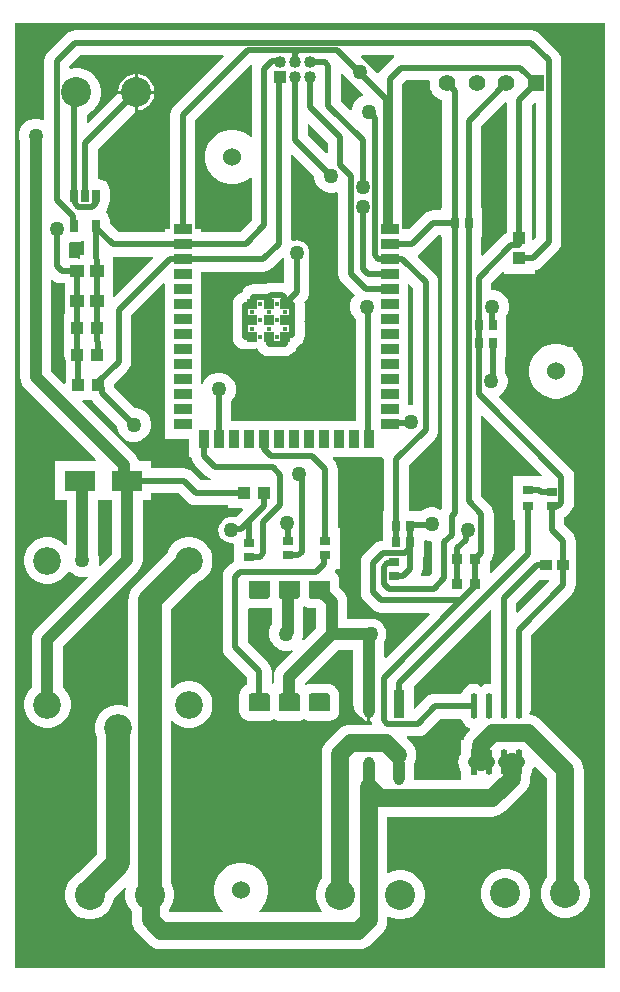
<source format=gtl>
G04*
G04 #@! TF.GenerationSoftware,Altium Limited,Altium Designer,24.4.1 (13)*
G04*
G04 Layer_Physical_Order=1*
G04 Layer_Color=255*
%FSLAX44Y44*%
%MOMM*%
G71*
G04*
G04 #@! TF.SameCoordinates,F71D25A8-AE48-4460-AF49-DCF2FFE79A6F*
G04*
G04*
G04 #@! TF.FilePolarity,Positive*
G04*
G01*
G75*
%ADD12C,0.5000*%
%ADD17R,0.8500X0.7000*%
%ADD18R,1.1000X1.0000*%
%ADD19R,0.9000X0.9000*%
%ADD20R,1.5000X0.9000*%
%ADD21R,0.9000X1.5000*%
%ADD22R,0.8500X0.8500*%
%ADD23R,0.9000X0.7000*%
%ADD24R,0.7000X0.8500*%
%ADD25R,1.0000X1.1000*%
%ADD26R,1.0065X0.9582*%
G04:AMPARAMS|DCode=27|XSize=2.1741mm|YSize=0.5821mm|CornerRadius=0.2911mm|HoleSize=0mm|Usage=FLASHONLY|Rotation=90.000|XOffset=0mm|YOffset=0mm|HoleType=Round|Shape=RoundedRectangle|*
%AMROUNDEDRECTD27*
21,1,2.1741,0.0000,0,0,90.0*
21,1,1.5919,0.5821,0,0,90.0*
1,1,0.5821,0.0000,0.7960*
1,1,0.5821,0.0000,-0.7960*
1,1,0.5821,0.0000,-0.7960*
1,1,0.5821,0.0000,0.7960*
%
%ADD27ROUNDEDRECTD27*%
%ADD28R,0.5821X2.1741*%
G04:AMPARAMS|DCode=29|XSize=2.4033mm|YSize=0.9461mm|CornerRadius=0.473mm|HoleSize=0mm|Usage=FLASHONLY|Rotation=270.000|XOffset=0mm|YOffset=0mm|HoleType=Round|Shape=RoundedRectangle|*
%AMROUNDEDRECTD29*
21,1,2.4033,0.0000,0,0,270.0*
21,1,1.4572,0.9461,0,0,270.0*
1,1,0.9461,0.0000,-0.7286*
1,1,0.9461,0.0000,0.7286*
1,1,0.9461,0.0000,0.7286*
1,1,0.9461,0.0000,-0.7286*
%
%ADD29ROUNDEDRECTD29*%
%ADD30R,0.9461X2.4033*%
%ADD31C,1.3680*%
%ADD32R,2.5000X1.7000*%
G04:AMPARAMS|DCode=33|XSize=1.1mm|YSize=0.6mm|CornerRadius=0.051mm|HoleSize=0mm|Usage=FLASHONLY|Rotation=270.000|XOffset=0mm|YOffset=0mm|HoleType=Round|Shape=RoundedRectangle|*
%AMROUNDEDRECTD33*
21,1,1.1000,0.4980,0,0,270.0*
21,1,0.9980,0.6000,0,0,270.0*
1,1,0.1020,-0.2490,-0.4990*
1,1,0.1020,-0.2490,0.4990*
1,1,0.1020,0.2490,0.4990*
1,1,0.1020,0.2490,-0.4990*
%
%ADD33ROUNDEDRECTD33*%
%ADD34R,1.2065X1.0582*%
%ADD46C,2.5400*%
%ADD47R,1.4000X1.4000*%
%ADD48C,1.4000*%
%ADD51C,2.3400*%
%ADD52C,1.5000*%
%ADD53C,1.0000*%
%ADD54C,2.0000*%
%ADD55C,1.5240*%
%ADD56C,0.4000*%
%ADD57C,1.0160*%
%ADD58R,1.0160X1.0160*%
%ADD59C,1.2700*%
G36*
X500000Y0D02*
X1270D01*
X-0Y1270D01*
X0Y800000D01*
X500000D01*
Y0D01*
D02*
G37*
%LPC*%
G36*
X437444Y794095D02*
X50856D01*
X48115Y793734D01*
X45561Y792676D01*
X43368Y790993D01*
X28128Y775753D01*
X26445Y773559D01*
X25387Y771005D01*
X25026Y768264D01*
Y718507D01*
X23926Y717872D01*
X23319Y718222D01*
X19669Y719200D01*
X15891D01*
X12241Y718222D01*
X8969Y716333D01*
X6297Y713661D01*
X4408Y710389D01*
X3430Y706739D01*
Y702961D01*
X4408Y699311D01*
X4668Y698861D01*
Y500380D01*
X4668Y500380D01*
X5115Y496986D01*
X6424Y493824D01*
X8508Y491108D01*
X69193Y430423D01*
X68707Y429250D01*
X34430D01*
Y396250D01*
X44094D01*
Y358231D01*
X43592Y358078D01*
X42824Y357986D01*
X40188Y360622D01*
X36962Y362778D01*
X33377Y364263D01*
X29571Y365020D01*
X25690D01*
X21884Y364263D01*
X18299Y362778D01*
X15072Y360622D01*
X12328Y357878D01*
X10172Y354652D01*
X8687Y351067D01*
X7930Y347260D01*
Y343380D01*
X8687Y339574D01*
X10172Y335989D01*
X12328Y332762D01*
X15072Y330018D01*
X18299Y327862D01*
X21884Y326377D01*
X25690Y325620D01*
X29571D01*
X33377Y326377D01*
X36962Y327862D01*
X40188Y330018D01*
X42932Y332762D01*
X45049Y335930D01*
X45107Y335992D01*
X46557Y336217D01*
X48395Y334379D01*
X51668Y332490D01*
X55317Y331512D01*
X59096D01*
X61521Y332162D01*
X62178Y331023D01*
X18359Y287204D01*
X16275Y284488D01*
X14965Y281326D01*
X14518Y277932D01*
X14518Y277932D01*
Y238068D01*
X12328Y235878D01*
X10172Y232651D01*
X8687Y229066D01*
X7930Y225260D01*
Y221380D01*
X8687Y217574D01*
X10172Y213988D01*
X12328Y210762D01*
X15072Y208018D01*
X18299Y205862D01*
X21884Y204377D01*
X25690Y203620D01*
X29571D01*
X33377Y204377D01*
X36962Y205862D01*
X40188Y208018D01*
X42932Y210762D01*
X45088Y213988D01*
X46573Y217574D01*
X47330Y221380D01*
Y225260D01*
X46573Y229066D01*
X45088Y232651D01*
X42932Y235878D01*
X40742Y238068D01*
Y272501D01*
X104324Y336082D01*
X104324Y336082D01*
X106408Y338798D01*
X107718Y341960D01*
X108165Y345354D01*
X108165Y345354D01*
Y396250D01*
X115430D01*
Y402159D01*
X138926D01*
X145984Y395101D01*
X148177Y393418D01*
X150731Y392360D01*
X153472Y391999D01*
X180320D01*
Y389590D01*
X192613D01*
X193099Y388417D01*
X187097Y382414D01*
X183863D01*
X181122Y382053D01*
X178568Y380995D01*
X176375Y379312D01*
X175391Y378329D01*
X173708Y376135D01*
X172650Y373581D01*
X172289Y370840D01*
X172650Y368099D01*
X173708Y365545D01*
X175391Y363351D01*
X177585Y361668D01*
X180139Y360610D01*
X182880Y360249D01*
X184883Y360513D01*
X185870Y359399D01*
Y344727D01*
X185205Y344452D01*
X183011Y342769D01*
X179201Y338959D01*
X177518Y336765D01*
X176460Y334211D01*
X176099Y331470D01*
Y271780D01*
X176460Y269039D01*
X177518Y266485D01*
X179201Y264291D01*
X196420Y247073D01*
Y240254D01*
X196106Y240124D01*
X195648Y239860D01*
X195159Y239657D01*
X194740Y239335D01*
X194282Y239071D01*
X193908Y238697D01*
X193488Y238375D01*
X192785Y237672D01*
X192463Y237252D01*
X192089Y236878D01*
X191825Y236420D01*
X191503Y236001D01*
X191300Y235512D01*
X191036Y235054D01*
X190655Y234135D01*
X190518Y233624D01*
X190316Y233136D01*
X190247Y232611D01*
X190110Y232100D01*
Y231572D01*
X190041Y231047D01*
Y217850D01*
X190316Y215762D01*
X191122Y213815D01*
X192404Y212144D01*
X194076Y210862D01*
X196022Y210056D01*
X198110Y209781D01*
X215910D01*
X217998Y210056D01*
X219710Y210765D01*
X221422Y210056D01*
X223510Y209781D01*
X241310D01*
X243398Y210056D01*
X245110Y210765D01*
X246822Y210056D01*
X248910Y209781D01*
X266710D01*
X268798Y210056D01*
X270744Y210862D01*
X272416Y212144D01*
X273698Y213815D01*
X274504Y215762D01*
X274779Y217850D01*
Y231047D01*
X274710Y231572D01*
X274710Y232101D01*
X274573Y232611D01*
X274504Y233136D01*
X274302Y233624D01*
X274165Y234135D01*
X273784Y235054D01*
X273520Y235512D01*
X273317Y236001D01*
X272995Y236420D01*
X272731Y236878D01*
X272357Y237252D01*
X272035Y237672D01*
X271332Y238375D01*
X270912Y238697D01*
X270538Y239071D01*
X270080Y239335D01*
X269661Y239657D01*
X269172Y239860D01*
X268714Y240124D01*
X267795Y240505D01*
X267284Y240642D01*
X266796Y240844D01*
X266271Y240913D01*
X265761Y241050D01*
X265232Y241050D01*
X264707Y241119D01*
X250913D01*
X250388Y241050D01*
X249859Y241050D01*
X249349Y240913D01*
X248824Y240844D01*
X248336Y240642D01*
X247825Y240505D01*
X246906Y240124D01*
X246792Y240059D01*
X245932Y240413D01*
X245522Y240851D01*
Y241526D01*
X273778Y269781D01*
X286608D01*
Y224084D01*
X287055Y220691D01*
X288365Y217528D01*
X290448Y214813D01*
X293164Y212729D01*
X293919Y212416D01*
X294535Y211613D01*
X296054Y210448D01*
X297822Y209715D01*
X298450Y209633D01*
Y224084D01*
X300990D01*
Y209633D01*
X301618Y209715D01*
X301879Y209565D01*
X302171Y207345D01*
X302054Y206885D01*
X301512Y206075D01*
X284377D01*
X281338Y205776D01*
X278417Y204889D01*
X275724Y203450D01*
X273364Y201513D01*
X264577Y192726D01*
X262640Y190366D01*
X261201Y187673D01*
X260314Y184752D01*
X260015Y181713D01*
Y75929D01*
X259511Y75426D01*
X257246Y72035D01*
X255686Y68268D01*
X254890Y64269D01*
Y60191D01*
X255686Y56192D01*
X257246Y52425D01*
X259511Y49035D01*
X260048Y48498D01*
X259562Y47325D01*
X207378D01*
X206852Y48595D01*
X209635Y51378D01*
X212152Y55145D01*
X213886Y59331D01*
X214770Y63775D01*
Y68305D01*
X213886Y72749D01*
X212152Y76935D01*
X209635Y80702D01*
X206432Y83905D01*
X202665Y86422D01*
X198479Y88156D01*
X194035Y89040D01*
X189505D01*
X185061Y88156D01*
X180875Y86422D01*
X177108Y83905D01*
X173905Y80702D01*
X171388Y76935D01*
X169654Y72749D01*
X168770Y68305D01*
Y63775D01*
X169654Y59331D01*
X171388Y55145D01*
X173905Y51378D01*
X176688Y48595D01*
X176162Y47325D01*
X130502D01*
Y49219D01*
X132644Y52425D01*
X134205Y56192D01*
X135000Y60191D01*
Y64269D01*
X134205Y68268D01*
X132644Y72035D01*
X132387Y72420D01*
Y209043D01*
X133560Y209529D01*
X135072Y208018D01*
X138299Y205862D01*
X141884Y204377D01*
X145690Y203620D01*
X149570D01*
X153376Y204377D01*
X156961Y205862D01*
X160188Y208018D01*
X162932Y210762D01*
X165088Y213988D01*
X166573Y217574D01*
X167330Y221380D01*
Y225260D01*
X166573Y229066D01*
X165088Y232651D01*
X162932Y235878D01*
X160188Y238622D01*
X156961Y240778D01*
X153376Y242263D01*
X149570Y243020D01*
X145690D01*
X141884Y242263D01*
X138299Y240778D01*
X135072Y238622D01*
X133560Y237110D01*
X132387Y237596D01*
Y304498D01*
X154895Y327006D01*
X156961Y327862D01*
X160188Y330018D01*
X162932Y332762D01*
X165088Y335989D01*
X166573Y339574D01*
X167330Y343380D01*
Y347260D01*
X166573Y351067D01*
X165088Y354652D01*
X162932Y357878D01*
X160188Y360622D01*
X156961Y362778D01*
X153376Y364263D01*
X149570Y365020D01*
X145690D01*
X141884Y364263D01*
X138299Y362778D01*
X135072Y360622D01*
X132328Y357878D01*
X130172Y354652D01*
X129316Y352585D01*
X101510Y324780D01*
X99261Y322039D01*
X97590Y318912D01*
X96560Y315519D01*
X96387Y313755D01*
X96213Y311990D01*
Y222231D01*
X95157Y221525D01*
X93376Y222263D01*
X89570Y223020D01*
X85690D01*
X81884Y222263D01*
X78299Y220778D01*
X75072Y218622D01*
X72328Y215878D01*
X70172Y212651D01*
X68687Y209066D01*
X67930Y205260D01*
Y201380D01*
X68687Y197574D01*
X69543Y195508D01*
Y96392D01*
X53747Y80596D01*
X53695Y80574D01*
X50304Y78309D01*
X47421Y75426D01*
X45156Y72035D01*
X43595Y68268D01*
X42800Y64269D01*
Y60191D01*
X43595Y56192D01*
X45156Y52425D01*
X47421Y49035D01*
X50304Y46151D01*
X53695Y43886D01*
X57462Y42326D01*
X61461Y41530D01*
X65539D01*
X69538Y42326D01*
X73305Y43886D01*
X76695Y46151D01*
X79579Y49035D01*
X81844Y52425D01*
X83405Y56192D01*
X84125Y59816D01*
X93380Y69071D01*
X94436Y68365D01*
X94396Y68268D01*
X93600Y64269D01*
Y60191D01*
X94396Y56192D01*
X95956Y52425D01*
X98221Y49035D01*
X99352Y47904D01*
Y40537D01*
X99651Y37498D01*
X100538Y34576D01*
X101977Y31884D01*
X103914Y29524D01*
X112701Y20737D01*
X115061Y18800D01*
X117754Y17361D01*
X120675Y16474D01*
X123714Y16175D01*
X290933D01*
X293972Y16474D01*
X296894Y17361D01*
X299586Y18800D01*
X301947Y20737D01*
X310733Y29524D01*
X312670Y31884D01*
X314109Y34576D01*
X314996Y37498D01*
X315295Y40537D01*
Y43401D01*
X316415Y43999D01*
X316585Y43886D01*
X320352Y42326D01*
X324351Y41530D01*
X328429D01*
X332428Y42326D01*
X336195Y43886D01*
X339586Y46151D01*
X342469Y49035D01*
X344734Y52425D01*
X346295Y56192D01*
X347090Y60191D01*
Y64269D01*
X346295Y68268D01*
X344734Y72035D01*
X342469Y75426D01*
X339586Y78309D01*
X336195Y80574D01*
X332428Y82135D01*
X328429Y82930D01*
X324351D01*
X320352Y82135D01*
X316585Y80574D01*
X316415Y80461D01*
X315295Y81059D01*
Y128499D01*
X403974D01*
X407012Y128799D01*
X409934Y129685D01*
X412627Y131124D01*
X414987Y133061D01*
X431606Y149680D01*
X433543Y152040D01*
X434982Y154733D01*
X435868Y157655D01*
X436168Y160693D01*
Y160889D01*
X436251Y160997D01*
X437350Y163652D01*
X437725Y166500D01*
Y167446D01*
X438076Y167903D01*
X439226Y170681D01*
X440559Y171145D01*
X450515Y161189D01*
Y77199D01*
X450011Y76695D01*
X447746Y73305D01*
X446186Y69538D01*
X445390Y65539D01*
Y61461D01*
X446186Y57462D01*
X447746Y53695D01*
X450011Y50305D01*
X452895Y47421D01*
X456285Y45156D01*
X460052Y43595D01*
X464051Y42800D01*
X468129D01*
X472128Y43595D01*
X475895Y45156D01*
X479286Y47421D01*
X482169Y50305D01*
X484434Y53695D01*
X485995Y57462D01*
X486790Y61461D01*
Y65539D01*
X485995Y69538D01*
X484434Y73305D01*
X482169Y76695D01*
X481665Y77199D01*
Y167640D01*
X481366Y170678D01*
X480480Y173600D01*
X479040Y176293D01*
X477103Y178653D01*
X445353Y210403D01*
X442993Y212340D01*
X440300Y213779D01*
X437379Y214666D01*
X435999Y214802D01*
X435494Y215967D01*
X435892Y216485D01*
X436950Y219040D01*
X437311Y221781D01*
Y282401D01*
X471947Y317038D01*
X473630Y319231D01*
X474688Y321785D01*
X475049Y324526D01*
Y341630D01*
Y361610D01*
X474688Y364351D01*
X473630Y366906D01*
X471947Y369099D01*
X465251Y375795D01*
Y382194D01*
X465600Y382338D01*
X467793Y384021D01*
X470333Y386561D01*
X472016Y388755D01*
X473074Y391309D01*
X473435Y394050D01*
Y416260D01*
X473074Y419001D01*
X472016Y421555D01*
X470333Y423749D01*
X410298Y483784D01*
X410464Y485043D01*
X411712Y485763D01*
X414383Y488435D01*
X416273Y491707D01*
X417251Y495357D01*
Y499135D01*
X416273Y502785D01*
X415371Y504347D01*
Y517340D01*
X416280D01*
Y532580D01*
Y552882D01*
X417232Y554531D01*
X418210Y558181D01*
Y561959D01*
X417232Y565609D01*
X415343Y568881D01*
X412671Y571553D01*
X409399Y573442D01*
X405749Y574420D01*
X403371D01*
Y580529D01*
X413127Y590286D01*
X414301Y589800D01*
Y587800D01*
X440301D01*
Y590929D01*
X441369Y591070D01*
X443923Y592128D01*
X446117Y593811D01*
X459411Y607105D01*
X461094Y609299D01*
X462152Y611853D01*
X462513Y614594D01*
Y769026D01*
X462152Y771767D01*
X461094Y774322D01*
X459411Y776515D01*
X444933Y790993D01*
X442740Y792676D01*
X440186Y793734D01*
X437444Y794095D01*
D02*
G37*
G36*
X460735Y528460D02*
X456205D01*
X451761Y527576D01*
X447575Y525842D01*
X443808Y523325D01*
X440605Y520122D01*
X438088Y516355D01*
X436354Y512169D01*
X435470Y507725D01*
Y503195D01*
X436354Y498751D01*
X438088Y494565D01*
X440605Y490798D01*
X443808Y487595D01*
X447575Y485078D01*
X451761Y483344D01*
X456205Y482460D01*
X460735D01*
X465179Y483344D01*
X469365Y485078D01*
X473132Y487595D01*
X476335Y490798D01*
X478852Y494565D01*
X480586Y498751D01*
X481470Y503195D01*
Y507725D01*
X480586Y512169D01*
X478852Y516355D01*
X476335Y520122D01*
X473132Y523325D01*
X472820Y523533D01*
Y526160D01*
X468598D01*
X465179Y527576D01*
X460735Y528460D01*
D02*
G37*
G36*
X417329Y84200D02*
X413251D01*
X409252Y83405D01*
X405485Y81844D01*
X402095Y79579D01*
X399211Y76695D01*
X396946Y73305D01*
X395386Y69538D01*
X394590Y65539D01*
Y61461D01*
X395386Y57462D01*
X396946Y53695D01*
X399211Y50305D01*
X402095Y47421D01*
X405485Y45156D01*
X409252Y43595D01*
X413251Y42800D01*
X417329D01*
X421328Y43595D01*
X425095Y45156D01*
X428486Y47421D01*
X431369Y50305D01*
X433634Y53695D01*
X435195Y57462D01*
X435990Y61461D01*
Y65539D01*
X435195Y69538D01*
X433634Y73305D01*
X431369Y76695D01*
X428486Y79579D01*
X425095Y81844D01*
X421328Y83405D01*
X417329Y84200D01*
D02*
G37*
%LPD*%
G36*
X321383Y772800D02*
X321647Y771644D01*
X319720Y770165D01*
X309814Y760259D01*
X308384Y758396D01*
X306917Y758067D01*
X293244Y771740D01*
X293730Y772914D01*
X321320D01*
X321383Y772800D01*
D02*
G37*
G36*
X294928Y740102D02*
X294599Y738875D01*
X293984Y738710D01*
X290711Y736821D01*
X288040Y734149D01*
X286150Y730877D01*
X285173Y727227D01*
Y727115D01*
X283999Y726629D01*
X276021Y734607D01*
Y757349D01*
X277194Y757835D01*
X294928Y740102D01*
D02*
G37*
G36*
X200591Y764777D02*
X201125Y764345D01*
X200794Y761832D01*
Y704612D01*
X199621Y704126D01*
X198812Y704935D01*
X195045Y707452D01*
X190859Y709186D01*
X186415Y710070D01*
X181885D01*
X177441Y709186D01*
X173255Y707452D01*
X169488Y704935D01*
X166285Y701732D01*
X163768Y697965D01*
X162034Y693779D01*
X161150Y689335D01*
Y684805D01*
X162034Y680361D01*
X163768Y676175D01*
X166285Y672408D01*
X169488Y669205D01*
X173255Y666688D01*
X177441Y664954D01*
X181885Y664070D01*
X186415D01*
X190859Y664954D01*
X195045Y666688D01*
X198812Y669205D01*
X199621Y670014D01*
X200794Y669528D01*
Y633601D01*
X190993Y623801D01*
X157870D01*
Y625710D01*
X153136D01*
X152961Y625910D01*
X152887Y626469D01*
Y717903D01*
X199981Y764998D01*
X200591Y764777D01*
D02*
G37*
G36*
X265056Y699137D02*
Y690590D01*
X263883Y690104D01*
X247985Y706001D01*
Y714548D01*
X249159Y715034D01*
X265056Y699137D01*
D02*
G37*
G36*
X351225Y751104D02*
X351160Y750777D01*
Y747823D01*
X351736Y744925D01*
X352867Y742195D01*
X354509Y739738D01*
X356598Y737649D01*
X359055Y736007D01*
X361785Y734876D01*
X361870Y734860D01*
Y643440D01*
X360960D01*
Y641781D01*
X354079D01*
X351338Y641420D01*
X348783Y640362D01*
X346590Y638679D01*
X334019Y626108D01*
X332870Y625710D01*
Y625710D01*
X332870Y625710D01*
X328136D01*
X327961Y625910D01*
X327893Y626423D01*
Y748383D01*
X331595Y752086D01*
X350419D01*
X351225Y751104D01*
D02*
G37*
G36*
X176769Y771740D02*
X134808Y729779D01*
X133125Y727586D01*
X132067Y725031D01*
X131706Y722290D01*
Y625910D01*
X131531Y625710D01*
X126870D01*
Y623801D01*
X87153D01*
X80264Y630690D01*
Y633340D01*
X79971Y635561D01*
X79114Y637631D01*
X77750Y639409D01*
X76335Y640494D01*
X77862Y642484D01*
X78720Y644555D01*
X79114Y645068D01*
X79971Y647138D01*
X80264Y649360D01*
Y659340D01*
X79971Y661561D01*
X79114Y663632D01*
X77750Y665409D01*
X75972Y666773D01*
X73902Y667631D01*
X71680Y667923D01*
X70281D01*
Y694113D01*
X101600Y725433D01*
Y740410D01*
X86623D01*
X61954Y715741D01*
X60781Y716227D01*
Y722883D01*
X61875Y723336D01*
X65266Y725601D01*
X68149Y728485D01*
X70414Y731875D01*
X71975Y735642D01*
X72770Y739641D01*
Y743719D01*
X71975Y747718D01*
X70414Y751485D01*
X68149Y754875D01*
X65266Y757759D01*
X61875Y760024D01*
X58108Y761585D01*
X54109Y762380D01*
X50031D01*
X47189Y761815D01*
X46207Y762620D01*
Y763877D01*
X55243Y772914D01*
X176283D01*
X176769Y771740D01*
D02*
G37*
G36*
X441332Y732835D02*
Y618981D01*
X439065Y616714D01*
X437891Y617200D01*
Y618300D01*
Y731054D01*
X440159Y733321D01*
X441332Y732835D01*
D02*
G37*
G36*
X58600Y615740D02*
Y611829D01*
X58601Y611822D01*
X58600Y611814D01*
X58609Y604740D01*
X57712Y603841D01*
X55186D01*
Y601777D01*
X54231Y600939D01*
X52702Y601141D01*
X46151D01*
Y614017D01*
X47105Y614855D01*
X47700Y614776D01*
X52680D01*
X54901Y615069D01*
X56972Y615926D01*
X57461Y616301D01*
X58600Y615740D01*
D02*
G37*
G36*
X416710Y733077D02*
Y622388D01*
X415131Y621734D01*
X412938Y620051D01*
X396224Y603337D01*
X395051Y603823D01*
Y618940D01*
X395960D01*
Y643440D01*
X395051D01*
Y713214D01*
X415440Y733603D01*
X416710Y733077D01*
D02*
G37*
G36*
X253423Y670609D02*
Y669347D01*
X254400Y665697D01*
X256290Y662425D01*
X258961Y659753D01*
X262234Y657864D01*
X265883Y656886D01*
X269662D01*
X272676Y657694D01*
X273946Y656872D01*
Y588178D01*
X274307Y585437D01*
X275365Y582883D01*
X277048Y580690D01*
X287912Y569826D01*
X286967Y568881D01*
X285078Y565609D01*
X284100Y561959D01*
Y558181D01*
X285078Y554531D01*
X286967Y551259D01*
X288494Y549732D01*
Y463810D01*
X183311D01*
Y480431D01*
X184203Y481323D01*
X186092Y484595D01*
X187070Y488245D01*
Y492023D01*
X186092Y495673D01*
X184203Y498945D01*
X181531Y501617D01*
X178259Y503506D01*
X174609Y504484D01*
X170831D01*
X167181Y503506D01*
X163909Y501617D01*
X161237Y498945D01*
X159348Y495673D01*
X159140Y494897D01*
X157870Y495065D01*
Y499110D01*
Y511810D01*
Y524510D01*
Y537210D01*
Y549910D01*
Y562610D01*
Y575310D01*
Y589919D01*
X210368D01*
X213109Y590280D01*
X215664Y591338D01*
X217857Y593021D01*
X227053Y602217D01*
X228226Y601731D01*
Y581420D01*
X227271Y580583D01*
X226654Y580664D01*
X217085D01*
X214344Y580303D01*
X211790Y579245D01*
X211745Y579211D01*
X201987D01*
X199245Y578850D01*
X196691Y577792D01*
X194498Y576109D01*
X192815Y573915D01*
X191814Y571501D01*
X189833Y570680D01*
X187640Y568997D01*
X185957Y566804D01*
X184899Y564249D01*
X184538Y561508D01*
Y548710D01*
X184615Y548124D01*
X184538Y547538D01*
Y534710D01*
X184899Y531969D01*
X185957Y529415D01*
X187640Y527221D01*
X189833Y525538D01*
X192387Y524480D01*
X195128Y524120D01*
X200870D01*
X203611Y524480D01*
X205104Y525099D01*
X205121Y525094D01*
X205698Y523701D01*
X207381Y521507D01*
X209575Y519824D01*
X212129Y518767D01*
X214870Y518406D01*
X228870D01*
X231611Y518767D01*
X234165Y519824D01*
X236359Y521507D01*
X238042Y523701D01*
X239100Y526255D01*
X239104Y526292D01*
X240048Y526683D01*
X242241Y528366D01*
X243924Y530559D01*
X244982Y533113D01*
X245343Y535854D01*
Y547538D01*
X245266Y548124D01*
X245343Y548710D01*
Y562710D01*
X245169Y564032D01*
X246305Y565168D01*
X247988Y567361D01*
X249046Y569916D01*
X249407Y572657D01*
Y605734D01*
X249046Y608475D01*
X247988Y611029D01*
X246305Y613222D01*
X244112Y614905D01*
X241558Y615963D01*
X238817Y616324D01*
X236075Y615963D01*
X235167Y615587D01*
X234111Y616293D01*
Y688261D01*
X235284Y688747D01*
X253423Y670609D01*
D02*
G37*
G36*
X117219Y601446D02*
X84424Y568652D01*
X83251Y569138D01*
Y577259D01*
Y602619D01*
X116733D01*
X117219Y601446D01*
D02*
G37*
G36*
X32192Y583061D02*
X34385Y581378D01*
X36939Y580320D01*
X39681Y579959D01*
X42111D01*
Y565150D01*
Y555213D01*
X41870Y553380D01*
Y519430D01*
X42231Y516689D01*
X43140Y514494D01*
Y495360D01*
X41870Y494834D01*
X30892Y505811D01*
Y582702D01*
X32065Y583188D01*
X32192Y583061D01*
D02*
G37*
G36*
X337389Y576368D02*
Y476799D01*
X337169Y476630D01*
X333391D01*
X332870Y477030D01*
Y486010D01*
Y499110D01*
Y511810D01*
Y524510D01*
Y537210D01*
Y549910D01*
Y562610D01*
Y575310D01*
Y579228D01*
X334043Y579714D01*
X337389Y576368D01*
D02*
G37*
G36*
X126870Y579483D02*
Y575310D01*
Y562610D01*
Y549910D01*
Y537210D01*
Y524510D01*
Y511810D01*
Y499110D01*
Y486410D01*
Y473710D01*
Y461010D01*
Y448310D01*
X147520D01*
Y432810D01*
X149594D01*
X149790Y431315D01*
X150848Y428761D01*
X152531Y426568D01*
X162240Y416860D01*
X164433Y415177D01*
X166185Y414451D01*
X165933Y413181D01*
X157859D01*
X150801Y420239D01*
X148608Y421922D01*
X146053Y422980D01*
X143313Y423341D01*
X115430D01*
Y429250D01*
X104990D01*
X103694Y432377D01*
X101611Y435093D01*
X101610Y435093D01*
X56741Y479963D01*
X57469Y481030D01*
X65327D01*
X66241Y479838D01*
X86545Y459535D01*
Y458273D01*
X87522Y454623D01*
X89412Y451351D01*
X92083Y448679D01*
X95356Y446790D01*
X99005Y445812D01*
X102784D01*
X106433Y446790D01*
X109706Y448679D01*
X112377Y451351D01*
X114267Y454623D01*
X115245Y458273D01*
Y462051D01*
X114267Y465701D01*
X112377Y468973D01*
X109706Y471645D01*
X106433Y473534D01*
X102784Y474512D01*
X101522D01*
X84293Y491741D01*
X84230Y492218D01*
Y494753D01*
X95429Y505952D01*
X97112Y508145D01*
X98170Y510700D01*
X98531Y513441D01*
Y552803D01*
X125697Y579969D01*
X126870Y579483D01*
D02*
G37*
G36*
X360960Y618940D02*
X361870D01*
Y389695D01*
X360748Y388234D01*
X360549Y388166D01*
X358599Y389292D01*
X354949Y390270D01*
X351171D01*
X347521Y389292D01*
X344249Y387403D01*
X343746Y386900D01*
X333521D01*
Y426493D01*
X355469Y448441D01*
X357152Y450635D01*
X358210Y453189D01*
X358571Y455930D01*
Y580754D01*
X358210Y583495D01*
X357152Y586050D01*
X355469Y588243D01*
X341149Y602562D01*
X341392Y604027D01*
X341437Y604071D01*
X343587Y605721D01*
X358465Y620599D01*
X360960D01*
Y618940D01*
D02*
G37*
G36*
X81940Y350785D02*
X72045Y340891D01*
X70907Y341548D01*
X71557Y343973D01*
Y347751D01*
X70579Y351401D01*
X70319Y351851D01*
Y396250D01*
X81940D01*
Y350785D01*
D02*
G37*
G36*
X446227Y417900D02*
X445701Y416630D01*
X421840D01*
Y393630D01*
Y379630D01*
X423806D01*
Y355131D01*
X403540Y334866D01*
X402270Y335392D01*
Y343983D01*
X402388Y344101D01*
X404071Y346294D01*
X405129Y348848D01*
X405490Y351589D01*
Y361414D01*
X405561Y361950D01*
Y384810D01*
X405200Y387551D01*
X404142Y390105D01*
X402459Y392299D01*
X395051Y399707D01*
Y467417D01*
X396224Y467903D01*
X446227Y417900D01*
D02*
G37*
G36*
X351171Y361570D02*
X352359D01*
X353197Y360615D01*
X353194Y360594D01*
Y334501D01*
X350593Y331901D01*
X344715D01*
X344194Y333171D01*
X345160Y335501D01*
X345521Y338242D01*
Y348430D01*
X346430D01*
Y361711D01*
X347148Y362262D01*
X347615Y362493D01*
X347700Y362500D01*
X351171Y361570D01*
D02*
G37*
G36*
X266710Y315550D02*
Y315053D01*
X266329Y314134D01*
X265626Y313431D01*
X264707Y313050D01*
X250913D01*
X249994Y313431D01*
X249291Y314134D01*
X248910Y315053D01*
Y315550D01*
Y328250D01*
X266710D01*
Y315550D01*
D02*
G37*
G36*
X241310D02*
Y315053D01*
X240929Y314134D01*
X240226Y313431D01*
X239307Y313050D01*
X225513D01*
X224594Y313431D01*
X223891Y314134D01*
X223510Y315053D01*
Y315550D01*
Y328250D01*
X241310D01*
Y315550D01*
D02*
G37*
G36*
X215910D02*
Y315053D01*
X215529Y314134D01*
X214826Y313431D01*
X213907Y313050D01*
X200113D01*
X199194Y313431D01*
X198491Y314134D01*
X198110Y315053D01*
Y315550D01*
Y328250D01*
X215910D01*
Y315550D01*
D02*
G37*
G36*
X217417Y305208D02*
X218028Y304648D01*
Y291399D01*
X216498Y288749D01*
X215520Y285099D01*
Y281321D01*
X216498Y277671D01*
X218387Y274399D01*
X221059Y271727D01*
X224331Y269838D01*
X227981Y268860D01*
X231759D01*
X234784Y269671D01*
X235442Y268532D01*
X223138Y256229D01*
X221055Y253513D01*
X219745Y250351D01*
X219298Y246957D01*
X219298Y246957D01*
Y241647D01*
X218028Y240970D01*
X217601Y241256D01*
Y251460D01*
X217240Y254201D01*
X216182Y256755D01*
X214499Y258949D01*
X197281Y276167D01*
Y304189D01*
X197467Y304456D01*
X198549Y305187D01*
X199060Y305050D01*
X199588D01*
X200113Y304981D01*
X213907D01*
X214432Y305050D01*
X214960D01*
X215471Y305187D01*
X215996Y305256D01*
X216484Y305458D01*
X216758Y305532D01*
X217417Y305208D01*
D02*
G37*
G36*
X452621Y327666D02*
X425784Y300829D01*
X424611Y301315D01*
Y309247D01*
X444203Y328839D01*
X452134D01*
X452621Y327666D01*
D02*
G37*
G36*
X245540Y306765D02*
X245959Y306443D01*
X246448Y306240D01*
X246906Y305976D01*
X247825Y305595D01*
X248336Y305458D01*
X248824Y305256D01*
X249349Y305187D01*
X249860Y305050D01*
X250388D01*
X250913Y304981D01*
X254936D01*
X255234Y304683D01*
Y288325D01*
X244548Y277638D01*
X243410Y278296D01*
X244220Y281321D01*
Y284235D01*
X244252Y284480D01*
Y306203D01*
X245340Y306880D01*
X245540Y306765D01*
D02*
G37*
G36*
X312438Y431630D02*
X312339Y430880D01*
Y386900D01*
X311430D01*
Y362224D01*
X309227Y361934D01*
X306673Y360876D01*
X304480Y359193D01*
X296041Y350754D01*
X294358Y348561D01*
X293300Y346007D01*
X292939Y343266D01*
Y318770D01*
X293300Y316029D01*
X294358Y313475D01*
X296041Y311281D01*
X302985Y304338D01*
X305179Y302654D01*
X307733Y301597D01*
X310474Y301236D01*
X350769D01*
X351255Y300062D01*
X314006Y262813D01*
X312832Y263299D01*
Y276168D01*
X312902Y276337D01*
X312902Y276337D01*
X314212Y279500D01*
X314659Y282893D01*
X314212Y286287D01*
X312902Y289450D01*
X310819Y292165D01*
X308103Y294249D01*
X304941Y295559D01*
X301547Y296006D01*
X281459D01*
Y310114D01*
X281012Y313507D01*
X279702Y316670D01*
X277618Y319385D01*
X274779Y322225D01*
Y328250D01*
X274504Y330338D01*
X273698Y332285D01*
X272416Y333956D01*
X271317Y334799D01*
X270944Y336399D01*
X271234Y336777D01*
X271782Y338100D01*
X275140D01*
Y350100D01*
Y373100D01*
X273481D01*
Y422881D01*
X273120Y425622D01*
X272062Y428176D01*
X270379Y430369D01*
X269111Y431637D01*
X269597Y432810D01*
X311313D01*
X312438Y431630D01*
D02*
G37*
G36*
X403429Y303141D02*
Y241430D01*
X402475Y240593D01*
X401320Y240745D01*
X398472Y240370D01*
X395818Y239271D01*
X394970Y238620D01*
X394123Y239271D01*
X391468Y240370D01*
X388620Y240745D01*
X385772Y240370D01*
X383118Y239271D01*
X380839Y237522D01*
X379090Y235243D01*
X377990Y232589D01*
X377979Y232501D01*
X355910D01*
X353169Y232140D01*
X350615Y231082D01*
X348422Y229399D01*
X339024Y220001D01*
X337850Y220487D01*
Y239221D01*
X402256Y303627D01*
X403429Y303141D01*
D02*
G37*
G36*
X265626Y232669D02*
X266329Y231966D01*
X266710Y231047D01*
Y230550D01*
Y217850D01*
X248910D01*
Y230550D01*
Y231047D01*
X249291Y231966D01*
X249994Y232669D01*
X250913Y233050D01*
X264707D01*
X265626Y232669D01*
D02*
G37*
G36*
X240226D02*
X240929Y231966D01*
X241310Y231047D01*
Y230550D01*
Y217850D01*
X223510D01*
Y230550D01*
Y231047D01*
X223891Y231966D01*
X224594Y232669D01*
X225513Y233050D01*
X239307D01*
X240226Y232669D01*
D02*
G37*
G36*
X214826D02*
X215529Y231966D01*
X215910Y231047D01*
Y230550D01*
Y217850D01*
X198110D01*
Y230550D01*
Y231047D01*
X198491Y231966D01*
X199194Y232669D01*
X200113Y233050D01*
X213907D01*
X214826Y232669D01*
D02*
G37*
G36*
X377990Y210973D02*
X379090Y208319D01*
X380839Y206039D01*
X383118Y204291D01*
X385303Y203385D01*
X385732Y202018D01*
X383993Y200280D01*
X382056Y197919D01*
X380617Y195227D01*
X380042Y193330D01*
X377709D01*
Y181595D01*
X377265Y181015D01*
X375955Y177853D01*
X375508Y174459D01*
X375955Y171066D01*
X377265Y167903D01*
X377709Y167324D01*
Y159649D01*
X338083D01*
X337960Y159790D01*
Y173394D01*
X338656Y174696D01*
X339542Y177618D01*
X339842Y180656D01*
X339542Y183695D01*
X338656Y186616D01*
X337217Y189309D01*
X335280Y191669D01*
X331800Y195149D01*
X332326Y196419D01*
X341010D01*
X343751Y196780D01*
X346306Y197838D01*
X348499Y199521D01*
X360297Y211320D01*
X377945D01*
X377990Y210973D01*
D02*
G37*
%LPC*%
G36*
X104371Y756920D02*
X104140D01*
Y742950D01*
X118110D01*
Y743181D01*
X117524Y746125D01*
X116376Y748899D01*
X114708Y751395D01*
X112585Y753518D01*
X110089Y755186D01*
X107316Y756334D01*
X104371Y756920D01*
D02*
G37*
G36*
X101600D02*
X101369D01*
X98425Y756334D01*
X95651Y755186D01*
X93155Y753518D01*
X91032Y751395D01*
X89365Y748899D01*
X88216Y746125D01*
X87630Y743181D01*
Y742950D01*
X101600D01*
Y756920D01*
D02*
G37*
G36*
X118110Y740410D02*
X104140D01*
Y726440D01*
X104371D01*
X107316Y727026D01*
X110089Y728175D01*
X112585Y729842D01*
X114708Y731965D01*
X116376Y734461D01*
X117524Y737235D01*
X118110Y740179D01*
Y740410D01*
D02*
G37*
%LPD*%
D12*
X142370Y613210D02*
X195380D01*
X211385Y629215D02*
Y761832D01*
X195380Y613210D02*
X211385Y629215D01*
X414020Y221781D02*
Y313634D01*
X442016Y341630D01*
X71230Y494030D02*
X73730Y491530D01*
Y487327D02*
Y491530D01*
X70730Y494030D02*
X71230D01*
X73730Y487327D02*
X100894Y460162D01*
X70730Y494030D02*
Y496230D01*
X92339Y415341D02*
X94930Y412750D01*
X35560Y594670D02*
X39681Y590550D01*
X35560Y594670D02*
Y626110D01*
X35617Y650504D02*
X49530Y636590D01*
X35617Y650504D02*
Y768264D01*
X50856Y783504D01*
X94930Y412750D02*
X95052D01*
X347980Y455930D02*
Y580754D01*
X328224Y600510D02*
X347980Y580754D01*
X322930Y430880D02*
X347980Y455930D01*
X317370Y460810D02*
X318105Y461545D01*
X334545D02*
X335280Y462280D01*
X318105Y461545D02*
X334545D01*
X322930Y374650D02*
Y430880D01*
X39681Y590550D02*
X52702D01*
X262062Y342072D02*
Y348600D01*
X262890D01*
X255270Y335280D02*
X262062Y342072D01*
X190500Y335280D02*
X255270D01*
X262890Y361600D02*
Y422881D01*
X240053Y349600D02*
X242982Y352529D01*
X240849Y416423D02*
X242982Y414289D01*
X240849Y416423D02*
Y418506D01*
X242982Y352529D02*
Y414289D01*
X231140Y349600D02*
X240053D01*
X231140Y362870D02*
Y376399D01*
X230180Y377358D02*
X231140Y376399D01*
X299085Y448945D02*
Y559435D01*
Y448945D02*
X299720Y448310D01*
X298450Y560070D02*
X299085Y559435D01*
X404320Y545290D02*
Y559610D01*
Y545290D02*
X404780Y544830D01*
X403860Y560070D02*
X404320Y559610D01*
X69190Y611829D02*
Y628350D01*
X355910Y221910D02*
X388620D01*
X377996Y311826D02*
X391290Y325120D01*
X70730Y519430D02*
Y530012D01*
X69460Y531282D02*
Y542290D01*
Y531282D02*
X70730Y530012D01*
X69460Y542290D02*
Y553380D01*
X52460Y519430D02*
Y553380D01*
X197160Y777154D02*
X239944D01*
X142296Y722290D02*
X197160Y777154D01*
X294697Y661584D02*
Y700954D01*
X265430Y730221D02*
X294697Y700954D01*
X262501Y767175D02*
X265430Y764246D01*
Y730221D02*
Y764246D01*
X250095Y767175D02*
X262501D01*
X250095Y729075D02*
Y754475D01*
X275646Y680103D02*
Y703523D01*
X250095Y729075D02*
X275646Y703523D01*
X237395Y701614D02*
X267773Y671236D01*
X237395Y701614D02*
Y754475D01*
X237207Y769337D02*
Y774417D01*
X239944Y777154D02*
X272852D01*
X236220Y768350D02*
X237207Y769337D01*
Y774417D02*
X239944Y777154D01*
X50690Y647779D02*
X53619Y644850D01*
X68690Y647779D02*
Y653850D01*
X50690Y647779D02*
Y653850D01*
X53619Y644850D02*
X65761D01*
X68690Y647779D01*
X49530Y633675D02*
X49690Y633516D01*
X49530Y633675D02*
Y636590D01*
X49690Y629913D02*
Y633516D01*
X50190Y654350D02*
Y659430D01*
Y739800D01*
X68690Y653850D02*
X69190Y654350D01*
X50190D02*
X50690Y653850D01*
X390020Y325120D02*
Y346710D01*
X374520Y325120D02*
Y346710D01*
X312420Y339891D02*
X315349Y342820D01*
X303530Y343266D02*
X311968Y351704D01*
X312420Y325853D02*
Y339891D01*
X320310Y342820D02*
X321310Y343820D01*
X315349Y342820D02*
X320310D01*
X312420Y325853D02*
X316963Y321310D01*
X354980D02*
X363784Y330114D01*
X316963Y321310D02*
X354980D01*
X315349Y207010D02*
X341010D01*
X355910Y221910D01*
X312420Y209939D02*
Y246250D01*
Y209939D02*
X315349Y207010D01*
X312420Y246250D02*
X377996Y311826D01*
X191483Y371823D02*
X198120Y378460D01*
X182880Y370840D02*
X183863Y371823D01*
X191483D01*
X401320Y174459D02*
X401477Y174617D01*
X324267Y167929D02*
Y180656D01*
Y167929D02*
X325120Y167076D01*
X303530Y318770D02*
Y343266D01*
Y318770D02*
X310474Y311826D01*
X377996D01*
X335565Y375285D02*
X352425D01*
X334930Y374650D02*
X335565Y375285D01*
X352425D02*
X353060Y375920D01*
X334930Y360680D02*
Y374650D01*
X374581Y355531D02*
X382067Y363017D01*
X374520Y346710D02*
X374581Y346771D01*
Y355531D01*
X382067Y363017D02*
Y369367D01*
X383540Y370840D01*
X384460Y395320D02*
Y631190D01*
X394970Y361950D02*
Y384810D01*
X384460Y395320D02*
X394970Y384810D01*
X394899Y351589D02*
Y361879D01*
X394970Y361950D01*
X390020Y346710D02*
X394899Y351589D01*
X334930Y356430D02*
Y360680D01*
X311968Y351704D02*
X330204D01*
X334930Y356430D01*
Y338242D02*
Y356430D01*
X186690Y331470D02*
X190500Y335280D01*
X186690Y271780D02*
Y331470D01*
Y271780D02*
X207010Y251460D01*
X231140Y319380D02*
X232410Y320650D01*
X229870Y283210D02*
X231140Y284480D01*
X224790Y392430D02*
Y418055D01*
X210368Y378008D02*
X224790Y392430D01*
X218496Y424348D02*
X224790Y418055D01*
X210368Y351259D02*
Y378008D01*
X207439Y348330D02*
X210368Y351259D01*
X198120Y348330D02*
X207439D01*
X198120Y360330D02*
Y378460D01*
X210820Y391160D02*
Y402590D01*
X198120Y378460D02*
X210820Y391160D01*
X317302Y625910D02*
Y752770D01*
X314254Y625910D02*
Y735752D01*
X420426Y612562D02*
X427301D01*
X234753Y548710D02*
Y562710D01*
X195128Y561508D02*
X200870D01*
X142296Y625910D02*
Y722290D01*
X195128Y548710D02*
Y561508D01*
X214870Y528996D02*
X228870D01*
X195128Y547538D02*
X200870D01*
X195128Y534710D02*
Y547538D01*
X59690Y659430D02*
Y698500D01*
X102870Y741680D01*
X50190Y739800D02*
X52070Y741680D01*
X299720Y153725D02*
X302260Y151186D01*
X414020Y166722D02*
X414399Y166343D01*
X314254Y625910D02*
X317302D01*
X299720Y153725D02*
Y167076D01*
X434397Y350745D02*
Y391130D01*
X95052Y412750D02*
X143313D01*
X69190Y611829D02*
X69219Y590550D01*
X427301Y618300D02*
Y735441D01*
X441160Y749300D01*
X454660Y391510D02*
X460304D01*
X462845Y394050D01*
Y416260D01*
X392780Y486324D02*
X462845Y416260D01*
X392780Y486324D02*
Y529590D01*
X228870Y562710D02*
X238817Y572657D01*
Y605734D01*
X223520Y613661D02*
Y755650D01*
X210368Y600510D02*
X223520Y613661D01*
X142370Y600510D02*
X210368D01*
X307904D02*
X317370D01*
X304747Y603668D02*
X307904Y600510D01*
X304747Y603668D02*
Y720114D01*
X299522Y725338D02*
X304747Y720114D01*
X372460Y631190D02*
Y743000D01*
X366160Y749300D02*
X372460Y743000D01*
X207010Y225450D02*
Y251460D01*
X317302Y625910D02*
X317370D01*
X317302Y752770D02*
X327209Y762676D01*
X427784D01*
X441160Y749300D01*
X50856Y783504D02*
X437444D01*
X451922Y769026D01*
Y614594D02*
Y769026D01*
X438628Y601300D02*
X451922Y614594D01*
X427301Y601300D02*
X438628D01*
X142296Y625910D02*
X142370D01*
X272852Y777154D02*
X314254Y735752D01*
X82767Y613210D02*
X142370D01*
X69190Y626786D02*
X82767Y613210D01*
X297605Y575110D02*
X317370D01*
X284536Y588178D02*
X297605Y575110D01*
X284536Y588178D02*
Y671213D01*
X275646Y680103D02*
X284536Y671213D01*
X298875Y587810D02*
X317370D01*
X294697Y591988D02*
X298875Y587810D01*
X294697Y591988D02*
Y644312D01*
X317370Y600510D02*
X328224D01*
X404780Y499126D02*
Y529590D01*
X402901Y497246D02*
X404780Y499126D01*
X172720Y448310D02*
Y490134D01*
X442016Y341630D02*
X449941D01*
X388620Y221781D02*
Y221910D01*
X434340Y391130D02*
X434397D01*
X325120Y241468D02*
X434397Y350745D01*
X325120Y224084D02*
Y241468D01*
X54930Y412750D02*
X57207D01*
X372460Y385479D02*
Y631190D01*
X369920Y382939D02*
X372460Y385479D01*
X369920Y366730D02*
Y382939D01*
X363784Y360594D02*
X369920Y366730D01*
X363784Y330114D02*
Y360594D01*
X131260Y600510D02*
X142370D01*
X87941Y557190D02*
X131260Y600510D01*
X87941Y513441D02*
Y557190D01*
X70730Y496230D02*
X87941Y513441D01*
X217903Y768350D02*
X223520D01*
X211385Y761832D02*
X217903Y768350D01*
X322930Y360680D02*
Y374650D01*
X317370Y613210D02*
X336099D01*
X354079Y631190D01*
X372460D01*
X251770Y434000D02*
X262890Y422881D01*
X216662Y434000D02*
X251770D01*
X210820Y439842D02*
X216662Y434000D01*
X210820Y439842D02*
Y448310D01*
X321310Y331820D02*
X328508D01*
X334930Y338242D01*
X392780Y544830D02*
Y584916D01*
X420426Y612562D01*
X427301D02*
Y618300D01*
X169729Y424348D02*
X218496D01*
X160020Y434057D02*
X169729Y424348D01*
X160020Y434057D02*
Y448310D01*
X426720Y221781D02*
Y286788D01*
X464458Y324526D01*
Y341630D01*
X384460Y631190D02*
Y717600D01*
X416160Y749300D01*
X200870Y547538D02*
Y548710D01*
X195128Y534710D02*
X200870D01*
Y561508D02*
Y562710D01*
X195128Y548710D02*
X200870D01*
Y562710D02*
X201987Y563827D01*
Y568620D01*
X213671D01*
Y563909D02*
Y568620D01*
Y563909D02*
X214870Y562710D01*
Y528996D02*
Y534710D01*
X228870Y528996D02*
Y534710D01*
Y562710D02*
Y567858D01*
X226654Y570074D02*
X228870Y567858D01*
X217085Y570074D02*
X226654D01*
X214870Y567858D02*
X217085Y570074D01*
X214870Y562710D02*
Y567858D01*
X228870Y534710D02*
X230014Y535854D01*
X234753D01*
Y547538D01*
X230042D02*
X234753D01*
X228870Y548710D02*
X230042Y547538D01*
X228870Y562710D02*
X234753D01*
X228870Y548710D02*
X234753D01*
X69219Y565150D02*
Y590550D01*
Y553621D02*
Y565150D01*
Y553621D02*
X69460Y553380D01*
X392780Y529590D02*
Y544830D01*
X53730Y494030D02*
Y519430D01*
X52702Y565150D02*
Y590550D01*
Y553621D02*
Y565150D01*
X52460Y553380D02*
X52702Y553621D01*
X454660Y371409D02*
Y391510D01*
Y371409D02*
X464458Y361610D01*
Y341630D02*
Y361610D01*
X445160Y403510D02*
X454660D01*
X443540Y405130D02*
X445160Y403510D01*
X434340Y405130D02*
X443540D01*
X153472Y402590D02*
X193820D01*
X143313Y412750D02*
X153472Y402590D01*
D17*
X262890Y349600D02*
D03*
Y361600D02*
D03*
X454660Y403510D02*
D03*
Y391510D02*
D03*
X321310Y343820D02*
D03*
Y331820D02*
D03*
X198120Y348330D02*
D03*
Y360330D02*
D03*
X231140Y349600D02*
D03*
Y361600D02*
D03*
D18*
X69460Y519430D02*
D03*
X52460D02*
D03*
X193820Y402590D02*
D03*
X210820D02*
D03*
X53730Y494030D02*
D03*
X70730D02*
D03*
X69460Y542290D02*
D03*
X52460D02*
D03*
D19*
X214870Y548710D02*
D03*
X200870D02*
D03*
X228870D02*
D03*
X200870Y534710D02*
D03*
X214870D02*
D03*
X228870D02*
D03*
X200870Y562710D02*
D03*
X214870D02*
D03*
X228870D02*
D03*
D20*
X142370Y625910D02*
D03*
Y613210D02*
D03*
Y600510D02*
D03*
Y587810D02*
D03*
Y575110D02*
D03*
Y562410D02*
D03*
Y549710D02*
D03*
Y537010D02*
D03*
Y524310D02*
D03*
Y511610D02*
D03*
Y498910D02*
D03*
Y486210D02*
D03*
Y473510D02*
D03*
Y460810D02*
D03*
X317370D02*
D03*
Y473510D02*
D03*
Y486210D02*
D03*
Y498910D02*
D03*
Y511610D02*
D03*
Y524310D02*
D03*
Y537010D02*
D03*
Y549710D02*
D03*
Y562410D02*
D03*
Y575110D02*
D03*
Y587810D02*
D03*
Y600510D02*
D03*
Y613210D02*
D03*
Y625910D02*
D03*
D21*
X160020Y448310D02*
D03*
X172720D02*
D03*
X185420D02*
D03*
X198120D02*
D03*
X210820D02*
D03*
X223520D02*
D03*
X236220D02*
D03*
X248920D02*
D03*
X261620D02*
D03*
X274320D02*
D03*
X287020D02*
D03*
X299720D02*
D03*
D22*
X374520Y325120D02*
D03*
X390020D02*
D03*
X374520Y346710D02*
D03*
X390020D02*
D03*
D23*
X434340Y391130D02*
D03*
Y405130D02*
D03*
D24*
X404780Y529590D02*
D03*
X392780D02*
D03*
X404780Y544830D02*
D03*
X392780D02*
D03*
X322930Y360680D02*
D03*
X334930D02*
D03*
X372460Y631190D02*
D03*
X384460D02*
D03*
X322930Y374650D02*
D03*
X334930D02*
D03*
D25*
X427301Y601300D02*
D03*
Y618300D02*
D03*
D26*
X464458Y341630D02*
D03*
X449941D02*
D03*
D27*
X388620Y221781D02*
D03*
X401320D02*
D03*
X414020D02*
D03*
X426720D02*
D03*
Y174459D02*
D03*
X414020D02*
D03*
X401320D02*
D03*
D28*
X388620D02*
D03*
D29*
X325120Y167076D02*
D03*
X299720D02*
D03*
Y224084D02*
D03*
D30*
X325120D02*
D03*
D31*
X207010Y320650D02*
D03*
X232410D02*
D03*
X257810D02*
D03*
Y225450D02*
D03*
X232410D02*
D03*
X207010D02*
D03*
D32*
X94930Y412750D02*
D03*
X54930D02*
D03*
D33*
X69190Y628350D02*
D03*
X50190D02*
D03*
Y654350D02*
D03*
X59690D02*
D03*
X69190D02*
D03*
D34*
X52702Y590550D02*
D03*
X69219D02*
D03*
X52702Y565150D02*
D03*
X69219D02*
D03*
D46*
X275590Y62230D02*
D03*
X326390D02*
D03*
X102870Y741680D02*
D03*
X52070D02*
D03*
X63500Y62230D02*
D03*
X114300D02*
D03*
X466090Y63500D02*
D03*
X415290D02*
D03*
D47*
X441160Y749300D02*
D03*
D48*
X416160D02*
D03*
X391160D02*
D03*
X366160D02*
D03*
D51*
X147630Y345320D02*
D03*
X27630D02*
D03*
Y223320D02*
D03*
X147630D02*
D03*
X87630Y203320D02*
D03*
D52*
X290933Y31750D02*
X299720Y40537D01*
X114927D02*
Y61603D01*
X123714Y31750D02*
X290933D01*
X299720Y40537D02*
Y153725D01*
X114927Y40537D02*
X123714Y31750D01*
X420593Y160693D02*
Y174459D01*
X403974Y144074D02*
X420593Y160693D01*
X309371Y144074D02*
X403974D01*
X302260Y151186D02*
X309371Y144074D01*
X395006Y174459D02*
Y189266D01*
X405130Y199390D02*
X434340D01*
X395006Y189266D02*
X405130Y199390D01*
X434340D02*
X466090Y167640D01*
Y63500D02*
Y167640D01*
X284377Y190500D02*
X314423D01*
X275590Y181713D02*
X284377Y190500D01*
X275590Y62230D02*
Y181713D01*
X314423Y190500D02*
X320097Y184826D01*
X324267Y180656D01*
X114300Y62230D02*
X114927Y61603D01*
D53*
X232410Y246957D02*
X268347Y282893D01*
X232410Y225450D02*
Y246957D01*
X257810Y320650D02*
X268347Y310114D01*
Y282893D02*
Y310114D01*
Y282893D02*
X301547D01*
X299720Y224084D02*
Y280336D01*
X301030Y281646D01*
X92339Y415341D02*
Y425821D01*
X17780Y500380D02*
X92339Y425821D01*
X17780Y500380D02*
Y704850D01*
X95052Y345354D02*
Y412750D01*
X395006Y174459D02*
X401320D01*
X388620D02*
X395006D01*
X231140Y284480D02*
Y319380D01*
X420593Y174459D02*
X426720D01*
X414020D02*
X420593D01*
X57207Y345862D02*
Y412750D01*
X27630Y223320D02*
Y277932D01*
X95052Y345354D01*
D54*
X114300Y62230D02*
Y311990D01*
X147630Y345320D01*
X87630Y88900D02*
Y203320D01*
X60960Y62230D02*
X87630Y88900D01*
D55*
X184150Y687070D02*
D03*
X191770Y66040D02*
D03*
X458470Y505460D02*
D03*
D56*
X214870Y555710D02*
D03*
X200870D02*
D03*
X228870D02*
D03*
X200870Y541710D02*
D03*
X214870D02*
D03*
X228870D02*
D03*
X207870Y562710D02*
D03*
X221870D02*
D03*
X207870Y548710D02*
D03*
X221870D02*
D03*
X207870Y534710D02*
D03*
X221870D02*
D03*
D57*
X250095Y754475D02*
D03*
Y767175D02*
D03*
X237395D02*
D03*
X224695D02*
D03*
X237395Y754475D02*
D03*
D58*
X224695D02*
D03*
D59*
X17780Y704850D02*
D03*
X35560Y626110D02*
D03*
X335280Y462280D02*
D03*
X230180Y377358D02*
D03*
X298450Y560070D02*
D03*
X403860D02*
D03*
X292340Y758754D02*
D03*
X182880Y370840D02*
D03*
X301547Y282893D02*
D03*
X353060Y375920D02*
D03*
X383540Y370840D02*
D03*
X229870Y283210D02*
D03*
X238817Y605734D02*
D03*
X100894Y460162D02*
D03*
X299522Y725338D02*
D03*
X294697Y661584D02*
D03*
Y644312D02*
D03*
X267773Y671236D02*
D03*
X240849Y418506D02*
D03*
X402901Y497246D02*
D03*
X172720Y490134D02*
D03*
X57207Y345862D02*
D03*
M02*

</source>
